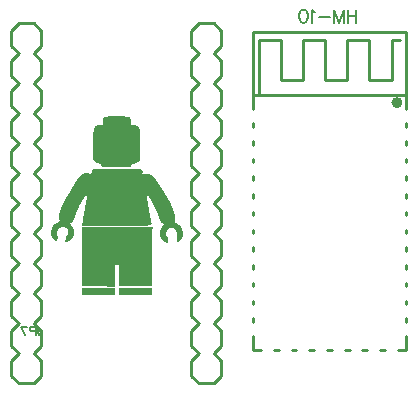
<source format=gbo>
G04 ---------------------------- Layer name :BOTTOM SILK LAYER*
G04 easyEDA 0.1*
G04 Scale: 100 percent, Rotated: No, Reflected: No *
G04 Dimensions in inches *
G04 leading zeros omitted , absolute positions ,2 integer and 4 * 
%FSLAX24Y24*%
%MOIN*%
G90*
G70D02*

%ADD10C,0.010000*%
%ADD11C,0.015000*%
%ADD12C,0.006000*%
%ADD13C,0.007000*%

%LPD*%
%LNVIA PAD TRACK COPPERAREA*%
G54D10*
G01X4100Y23550D02*
G01X4350Y23300D01*
G01X4100Y23050D01*
G01X4100Y22550D01*
G01X4350Y22300D01*
G01X4100Y22050D01*
G01X4100Y21550D01*
G01X4350Y21300D01*
G01X4850Y21300D01*
G01X5100Y21550D01*
G01X5100Y22050D01*
G01X4850Y22300D01*
G01X5100Y22550D01*
G01X5100Y23050D01*
G01X4850Y23300D01*
G01X5100Y23550D01*
G01X5100Y24050D01*
G01X4850Y24300D01*
G01X5100Y24550D01*
G01X5100Y25050D01*
G01X4850Y25300D01*
G01X5100Y25550D01*
G01X5100Y26050D01*
G01X4850Y26300D01*
G01X5100Y26550D01*
G01X5100Y27050D01*
G01X4850Y27300D01*
G01X5100Y27550D01*
G01X5100Y28050D01*
G01X4850Y28300D01*
G01X5100Y28550D01*
G01X5100Y29050D01*
G01X4850Y29300D01*
G01X5100Y29550D01*
G01X5100Y30050D01*
G01X4850Y30300D01*
G01X5100Y30550D01*
G01X5100Y31050D01*
G01X4850Y31300D01*
G01X5100Y31550D01*
G01X5100Y32050D01*
G01X4850Y32300D01*
G01X5100Y32550D01*
G01X5100Y33050D01*
G01X4850Y33300D01*
G01X4350Y33300D01*
G01X4100Y33050D01*
G01X4100Y32550D01*
G01X4350Y32300D01*
G01X4100Y32050D01*
G01X4100Y31550D01*
G01X4350Y31300D01*
G01X4100Y31050D01*
G01X4100Y30550D01*
G01X4350Y30300D01*
G01X4100Y30050D01*
G01X4100Y29550D01*
G01X4350Y29300D01*
G01X4100Y29050D01*
G01X4100Y28550D01*
G01X4350Y28300D01*
G01X4100Y28050D01*
G01X4100Y27550D01*
G01X4350Y27300D01*
G01X4100Y27050D01*
G01X4100Y26550D01*
G01X4350Y26300D01*
G01X4100Y26050D01*
G01X4100Y25550D01*
G01X4350Y25300D01*
G01X4100Y25050D01*
G01X4100Y24550D01*
G01X4350Y24300D01*
G01X4100Y24050D01*
G01X4100Y23550D01*
G01X11100Y31050D02*
G01X10850Y31300D01*
G01X11100Y31550D01*
G01X11100Y32050D01*
G01X10850Y32300D01*
G01X11100Y32550D01*
G01X11100Y33050D01*
G01X10850Y33300D01*
G01X10350Y33300D01*
G01X10100Y33050D01*
G01X10100Y32550D01*
G01X10350Y32300D01*
G01X10100Y32050D01*
G01X10100Y31550D01*
G01X10350Y31300D01*
G01X10100Y31050D01*
G01X10100Y30550D01*
G01X10350Y30300D01*
G01X10100Y30050D01*
G01X10100Y29550D01*
G01X10350Y29300D01*
G01X10100Y29050D01*
G01X10100Y28550D01*
G01X10350Y28300D01*
G01X10100Y28050D01*
G01X10100Y27550D01*
G01X10350Y27300D01*
G01X10100Y27050D01*
G01X10100Y26550D01*
G01X10350Y26300D01*
G01X10100Y26050D01*
G01X10100Y25550D01*
G01X10350Y25300D01*
G01X10100Y25050D01*
G01X10100Y24550D01*
G01X10350Y24300D01*
G01X10100Y24050D01*
G01X10100Y23550D01*
G01X10350Y23300D01*
G01X10100Y23050D01*
G01X10100Y22550D01*
G01X10350Y22300D01*
G01X10100Y22050D01*
G01X10100Y21550D01*
G01X10350Y21300D01*
G01X10850Y21300D01*
G01X11100Y21550D01*
G01X11100Y22050D01*
G01X10850Y22300D01*
G01X11100Y22550D01*
G01X11100Y23050D01*
G01X10850Y23300D01*
G01X11100Y23550D01*
G01X11100Y24050D01*
G01X10850Y24300D01*
G01X11100Y24550D01*
G01X11100Y25050D01*
G01X10850Y25300D01*
G01X11100Y25550D01*
G01X11100Y26050D01*
G01X10850Y26300D01*
G01X11100Y26550D01*
G01X11100Y27050D01*
G01X10850Y27300D01*
G01X11100Y27550D01*
G01X11100Y28050D01*
G01X10850Y28300D01*
G01X11100Y28550D01*
G01X11100Y29050D01*
G01X10850Y29300D01*
G01X11100Y29550D01*
G01X11100Y30050D01*
G01X10850Y30300D01*
G01X11100Y30550D01*
G01X11100Y31050D01*
G01X17260Y30430D02*
G01X17260Y30900D01*
G01X17260Y32990D01*
G01X12139Y32990D01*
G01X12139Y30900D01*
G01X17260Y30900D01*
G01X12339Y30959D02*
G01X12339Y32730D01*
G01X13080Y32730D01*
G01X13080Y31409D01*
G01X13810Y31409D01*
G01X13810Y32730D01*
G01X14550Y32730D01*
G01X14550Y31409D01*
G01X15289Y31409D01*
G01X15289Y32730D01*
G01X16030Y32730D01*
G01X16030Y31409D01*
G01X16769Y31409D01*
G01X16769Y32730D01*
G01X17060Y32730D01*
G01X12419Y22400D02*
G01X12139Y22400D01*
G01X12139Y22869D01*
G01X12139Y23340D02*
G01X12139Y23459D01*
G01X12139Y23940D02*
G01X12139Y24050D01*
G01X12139Y24530D02*
G01X12139Y24640D01*
G01X12139Y25119D02*
G01X12139Y25230D01*
G01X12139Y25709D02*
G01X12139Y25830D01*
G01X12139Y26300D02*
G01X12139Y26419D01*
G01X12139Y26890D02*
G01X12139Y27009D01*
G01X12139Y27480D02*
G01X12139Y27600D01*
G01X12139Y28069D02*
G01X12139Y28190D01*
G01X12139Y28659D02*
G01X12139Y28780D01*
G01X12139Y29250D02*
G01X12139Y29369D01*
G01X12139Y29840D02*
G01X12139Y29959D01*
G01X12139Y30430D02*
G01X12139Y30900D01*
G01X17260Y29840D02*
G01X17260Y29959D01*
G01X17260Y29250D02*
G01X17260Y29369D01*
G01X17260Y28659D02*
G01X17260Y28780D01*
G01X17260Y28069D02*
G01X17260Y28190D01*
G01X17260Y27480D02*
G01X17260Y27600D01*
G01X17260Y26890D02*
G01X17260Y27009D01*
G01X17260Y26300D02*
G01X17260Y26419D01*
G01X17260Y25709D02*
G01X17260Y25830D01*
G01X17260Y25119D02*
G01X17260Y25230D01*
G01X17260Y24530D02*
G01X17260Y24640D01*
G01X17260Y23940D02*
G01X17260Y24050D01*
G01X17260Y23340D02*
G01X17260Y23459D01*
G01X17260Y22869D02*
G01X17260Y22400D01*
G01X16980Y22400D01*
G01X16550Y22400D02*
G01X16389Y22400D01*
G01X15960Y22400D02*
G01X15800Y22400D01*
G01X15369Y22400D02*
G01X15210Y22400D01*
G01X14780Y22400D02*
G01X14619Y22400D01*
G01X14189Y22400D02*
G01X14030Y22400D01*
G01X13600Y22400D02*
G01X13439Y22400D01*
G01X13010Y22400D02*
G01X12850Y22400D01*
G54D12*
G01X4993Y23184D02*
G01X4993Y22965D01*
G01X5006Y22925D01*
G01X5021Y22911D01*
G01X5047Y22896D01*
G01X5075Y22896D01*
G01X5102Y22911D01*
G01X5115Y22925D01*
G01X5130Y22965D01*
G01X5130Y22992D01*
G01X4903Y23184D02*
G01X4903Y22896D01*
G01X4903Y23184D02*
G01X4781Y23184D01*
G01X4739Y23169D01*
G01X4726Y23155D01*
G01X4713Y23128D01*
G01X4713Y23088D01*
G01X4726Y23061D01*
G01X4739Y23046D01*
G01X4781Y23034D01*
G01X4903Y23034D01*
G01X4432Y23184D02*
G01X4567Y22896D01*
G01X4622Y23184D02*
G01X4432Y23184D01*
G54D13*
G01X15600Y33744D02*
G01X15600Y33315D01*
G01X15314Y33744D02*
G01X15314Y33315D01*
G01X15600Y33540D02*
G01X15314Y33540D01*
G01X15178Y33744D02*
G01X15178Y33315D01*
G01X15178Y33744D02*
G01X15014Y33315D01*
G01X14851Y33744D02*
G01X15014Y33315D01*
G01X14851Y33744D02*
G01X14851Y33315D01*
G01X14715Y33500D02*
G01X14347Y33500D01*
G01X14213Y33663D02*
G01X14172Y33684D01*
G01X14110Y33744D01*
G01X14110Y33315D01*
G01X13852Y33744D02*
G01X13914Y33725D01*
G01X13955Y33663D01*
G01X13976Y33561D01*
G01X13976Y33500D01*
G01X13955Y33398D01*
G01X13914Y33336D01*
G01X13852Y33315D01*
G01X13811Y33315D01*
G01X13751Y33336D01*
G01X13710Y33398D01*
G01X13689Y33500D01*
G01X13689Y33561D01*
G01X13710Y33663D01*
G01X13751Y33725D01*
G01X13811Y33744D01*
G01X13852Y33744D01*
G54D11*
G75*
G01X17050Y30650D02*
G03X17050Y30650I-100J0D01*
G01*

%LPD*%
%LNFill Path*%
G36*
G01X7400Y30200D02*
G01X7400Y30200D01*
G01X7400Y30200D01*
G01X7355Y30194D01*
G01X7317Y30190D01*
G01X7284Y30185D01*
G01X7255Y30180D01*
G01X7231Y30175D01*
G01X7210Y30170D01*
G01X7194Y30163D01*
G01X7180Y30156D01*
G01X7170Y30147D01*
G01X7162Y30136D01*
G01X7156Y30124D01*
G01X7153Y30109D01*
G01X7150Y30093D01*
G01X7149Y30073D01*
G01X7149Y30051D01*
G01X7148Y30026D01*
G01X7148Y29900D01*
G01X7051Y29898D01*
G01X7051Y29898D01*
G01X7034Y29898D01*
G01X7017Y29898D01*
G01X7002Y29897D01*
G01X6988Y29896D01*
G01X6974Y29894D01*
G01X6961Y29892D01*
G01X6949Y29889D01*
G01X6938Y29885D01*
G01X6927Y29881D01*
G01X6917Y29876D01*
G01X6908Y29870D01*
G01X6899Y29863D01*
G01X6891Y29855D01*
G01X6883Y29846D01*
G01X6877Y29836D01*
G01X6870Y29824D01*
G01X6864Y29812D01*
G01X6859Y29798D01*
G01X6854Y29782D01*
G01X6850Y29765D01*
G01X6846Y29747D01*
G01X6843Y29727D01*
G01X6839Y29706D01*
G01X6837Y29682D01*
G01X6834Y29657D01*
G01X6832Y29630D01*
G01X6830Y29601D01*
G01X6829Y29571D01*
G01X6828Y29538D01*
G01X6827Y29503D01*
G01X6826Y29465D01*
G01X6825Y29426D01*
G01X6825Y29384D01*
G01X6825Y29340D01*
G01X6825Y29294D01*
G01X6825Y29244D01*
G01X6825Y28748D01*
G01X6884Y28690D01*
G01X6884Y28690D01*
G01X6897Y28678D01*
G01X6913Y28666D01*
G01X6930Y28654D01*
G01X6948Y28644D01*
G01X6968Y28635D01*
G01X6987Y28627D01*
G01X7005Y28621D01*
G01X7022Y28617D01*
G01X7022Y28617D01*
G01X7062Y28606D01*
G01X7087Y28593D01*
G01X7099Y28573D01*
G01X7102Y28544D01*
G01X7102Y28488D01*
G01X7601Y28488D01*
G01X8097Y28488D01*
G01X8097Y28542D01*
G01X8097Y28542D01*
G01X8101Y28571D01*
G01X8114Y28590D01*
G01X8138Y28603D01*
G01X8178Y28613D01*
G01X8178Y28613D01*
G01X8196Y28618D01*
G01X8215Y28624D01*
G01X8235Y28631D01*
G01X8255Y28640D01*
G01X8274Y28650D01*
G01X8292Y28661D01*
G01X8309Y28672D01*
G01X8323Y28684D01*
G01X8388Y28738D01*
G01X8394Y29219D01*
G01X8394Y29219D01*
G01X8395Y29271D01*
G01X8396Y29320D01*
G01X8396Y29367D01*
G01X8396Y29410D01*
G01X8396Y29451D01*
G01X8396Y29489D01*
G01X8395Y29524D01*
G01X8395Y29557D01*
G01X8394Y29587D01*
G01X8392Y29615D01*
G01X8391Y29641D01*
G01X8389Y29665D01*
G01X8386Y29687D01*
G01X8384Y29707D01*
G01X8380Y29726D01*
G01X8377Y29743D01*
G01X8373Y29758D01*
G01X8369Y29773D01*
G01X8364Y29785D01*
G01X8359Y29797D01*
G01X8353Y29808D01*
G01X8347Y29818D01*
G01X8340Y29827D01*
G01X8333Y29836D01*
G01X8325Y29844D01*
G01X8316Y29851D01*
G01X8307Y29858D01*
G01X8297Y29865D01*
G01X8297Y29865D01*
G01X8272Y29879D01*
G01X8238Y29890D01*
G01X8200Y29897D01*
G01X8163Y29900D01*
G01X8075Y29900D01*
G01X8075Y30026D01*
G01X8075Y30026D01*
G01X8074Y30061D01*
G01X8073Y30089D01*
G01X8070Y30112D01*
G01X8066Y30130D01*
G01X8060Y30143D01*
G01X8053Y30153D01*
G01X8043Y30160D01*
G01X8031Y30165D01*
G01X8031Y30165D01*
G01X8022Y30167D01*
G01X8008Y30170D01*
G01X7990Y30173D01*
G01X7969Y30176D01*
G01X7946Y30180D01*
G01X7919Y30184D01*
G01X7891Y30188D01*
G01X7862Y30192D01*
G01X7831Y30196D01*
G01X7800Y30200D01*
G01X7770Y30203D01*
G01X7739Y30207D01*
G01X7710Y30210D01*
G01X7683Y30213D01*
G01X7657Y30216D01*
G01X7634Y30218D01*
G01X7614Y30219D01*
G01X7598Y30220D01*
G01X7585Y30221D01*
G01X7577Y30221D01*
G01X7577Y30221D01*
G01X7570Y30219D01*
G01X7556Y30218D01*
G01X7538Y30216D01*
G01X7515Y30213D01*
G01X7490Y30210D01*
G01X7461Y30207D01*
G01X7431Y30203D01*
G01X7400Y30200D01*
G37*
G36*
G01X6792Y28413D02*
G01X6792Y28413D01*
G01X6792Y28413D01*
G01X6787Y28396D01*
G01X6781Y28373D01*
G01X6774Y28347D01*
G01X6768Y28319D01*
G01X6768Y28319D01*
G01X6760Y28287D01*
G01X6749Y28271D01*
G01X6733Y28269D01*
G01X6710Y28278D01*
G01X6710Y28278D01*
G01X6693Y28286D01*
G01X6676Y28292D01*
G01X6657Y28297D01*
G01X6638Y28300D01*
G01X6618Y28301D01*
G01X6597Y28301D01*
G01X6576Y28299D01*
G01X6555Y28295D01*
G01X6534Y28290D01*
G01X6512Y28284D01*
G01X6491Y28276D01*
G01X6469Y28267D01*
G01X6469Y28267D01*
G01X6458Y28260D01*
G01X6446Y28253D01*
G01X6434Y28244D01*
G01X6421Y28235D01*
G01X6408Y28224D01*
G01X6396Y28212D01*
G01X6382Y28198D01*
G01X6369Y28184D01*
G01X6355Y28168D01*
G01X6340Y28151D01*
G01X6326Y28132D01*
G01X6311Y28112D01*
G01X6295Y28090D01*
G01X6279Y28067D01*
G01X6263Y28043D01*
G01X6246Y28017D01*
G01X6228Y27990D01*
G01X6210Y27961D01*
G01X6192Y27930D01*
G01X6172Y27898D01*
G01X6172Y27898D01*
G01X6163Y27882D01*
G01X6153Y27864D01*
G01X6141Y27845D01*
G01X6129Y27824D01*
G01X6115Y27801D01*
G01X6101Y27777D01*
G01X6086Y27753D01*
G01X6070Y27727D01*
G01X6054Y27700D01*
G01X6038Y27674D01*
G01X6021Y27646D01*
G01X6005Y27619D01*
G01X5988Y27592D01*
G01X5971Y27565D01*
G01X5955Y27539D01*
G01X5939Y27513D01*
G01X5939Y27513D01*
G01X5924Y27487D01*
G01X5908Y27461D01*
G01X5893Y27434D01*
G01X5878Y27407D01*
G01X5864Y27379D01*
G01X5849Y27351D01*
G01X5836Y27324D01*
G01X5822Y27296D01*
G01X5809Y27268D01*
G01X5797Y27240D01*
G01X5785Y27213D01*
G01X5773Y27185D01*
G01X5762Y27158D01*
G01X5752Y27131D01*
G01X5742Y27104D01*
G01X5732Y27078D01*
G01X5723Y27053D01*
G01X5715Y27028D01*
G01X5707Y27003D01*
G01X5700Y26979D01*
G01X5694Y26956D01*
G01X5688Y26934D01*
G01X5683Y26912D01*
G01X5679Y26892D01*
G01X5675Y26872D01*
G01X5672Y26854D01*
G01X5670Y26837D01*
G01X5669Y26820D01*
G01X5669Y26805D01*
G01X5669Y26792D01*
G01X5671Y26779D01*
G01X5673Y26768D01*
G01X5676Y26759D01*
G01X5680Y26751D01*
G01X5685Y26744D01*
G01X5690Y26740D01*
G01X5690Y26740D01*
G01X5703Y26730D01*
G01X5710Y26721D01*
G01X5711Y26712D01*
G01X5706Y26702D01*
G01X5695Y26692D01*
G01X5677Y26680D01*
G01X5652Y26667D01*
G01X5621Y26652D01*
G01X5621Y26652D01*
G01X5596Y26639D01*
G01X5573Y26626D01*
G01X5552Y26612D01*
G01X5533Y26597D01*
G01X5515Y26581D01*
G01X5499Y26564D01*
G01X5485Y26546D01*
G01X5472Y26527D01*
G01X5461Y26507D01*
G01X5451Y26486D01*
G01X5443Y26464D01*
G01X5436Y26441D01*
G01X5431Y26416D01*
G01X5427Y26390D01*
G01X5425Y26363D01*
G01X5425Y26334D01*
G01X5425Y26334D01*
G01X5425Y26300D01*
G01X5427Y26270D01*
G01X5431Y26243D01*
G01X5436Y26219D01*
G01X5443Y26196D01*
G01X5453Y26175D01*
G01X5465Y26154D01*
G01X5480Y26134D01*
G01X5480Y26134D01*
G01X5496Y26112D01*
G01X5513Y26093D01*
G01X5528Y26077D01*
G01X5542Y26064D01*
G01X5555Y26053D01*
G01X5568Y26046D01*
G01X5579Y26041D01*
G01X5590Y26040D01*
G01X5599Y26041D01*
G01X5607Y26045D01*
G01X5615Y26051D01*
G01X5621Y26061D01*
G01X5627Y26073D01*
G01X5631Y26088D01*
G01X5634Y26106D01*
G01X5636Y26127D01*
G01X5637Y26150D01*
G01X5637Y26176D01*
G01X5636Y26205D01*
G01X5634Y26236D01*
G01X5634Y26236D01*
G01X5630Y26276D01*
G01X5629Y26311D01*
G01X5629Y26342D01*
G01X5631Y26369D01*
G01X5636Y26393D01*
G01X5642Y26414D01*
G01X5651Y26432D01*
G01X5662Y26448D01*
G01X5676Y26462D01*
G01X5693Y26475D01*
G01X5713Y26486D01*
G01X5735Y26496D01*
G01X5735Y26496D01*
G01X5757Y26504D01*
G01X5779Y26508D01*
G01X5802Y26510D01*
G01X5825Y26509D01*
G01X5847Y26506D01*
G01X5869Y26500D01*
G01X5891Y26493D01*
G01X5910Y26483D01*
G01X5929Y26471D01*
G01X5945Y26458D01*
G01X5958Y26442D01*
G01X5969Y26426D01*
G01X5969Y26426D01*
G01X5980Y26401D01*
G01X5987Y26376D01*
G01X5990Y26349D01*
G01X5990Y26323D01*
G01X5987Y26298D01*
G01X5980Y26276D01*
G01X5971Y26257D01*
G01X5957Y26242D01*
G01X5957Y26242D01*
G01X5949Y26232D01*
G01X5941Y26216D01*
G01X5932Y26196D01*
G01X5924Y26172D01*
G01X5917Y26145D01*
G01X5910Y26118D01*
G01X5905Y26091D01*
G01X5901Y26064D01*
G01X5899Y26041D01*
G01X5899Y26021D01*
G01X5901Y26006D01*
G01X5906Y25996D01*
G01X5906Y25996D01*
G01X5913Y25993D01*
G01X5924Y25993D01*
G01X5939Y25997D01*
G01X5956Y26004D01*
G01X5975Y26014D01*
G01X5996Y26026D01*
G01X6017Y26040D01*
G01X6038Y26055D01*
G01X6060Y26072D01*
G01X6080Y26090D01*
G01X6099Y26108D01*
G01X6115Y26127D01*
G01X6115Y26127D01*
G01X6131Y26147D01*
G01X6145Y26167D01*
G01X6157Y26189D01*
G01X6168Y26211D01*
G01X6176Y26233D01*
G01X6183Y26256D01*
G01X6188Y26279D01*
G01X6192Y26302D01*
G01X6193Y26326D01*
G01X6193Y26349D01*
G01X6191Y26373D01*
G01X6187Y26396D01*
G01X6182Y26419D01*
G01X6175Y26442D01*
G01X6166Y26465D01*
G01X6155Y26488D01*
G01X6142Y26510D01*
G01X6128Y26531D01*
G01X6112Y26552D01*
G01X6094Y26573D01*
G01X6094Y26573D01*
G01X6071Y26600D01*
G01X6059Y26619D01*
G01X6058Y26631D01*
G01X6068Y26636D01*
G01X6068Y26636D01*
G01X6078Y26636D01*
G01X6088Y26639D01*
G01X6098Y26644D01*
G01X6109Y26651D01*
G01X6118Y26660D01*
G01X6128Y26671D01*
G01X6139Y26685D01*
G01X6149Y26702D01*
G01X6159Y26721D01*
G01X6170Y26742D01*
G01X6181Y26767D01*
G01X6192Y26795D01*
G01X6204Y26825D01*
G01X6217Y26859D01*
G01X6230Y26896D01*
G01X6243Y26936D01*
G01X6243Y26936D01*
G01X6252Y26962D01*
G01X6261Y26987D01*
G01X6271Y27013D01*
G01X6281Y27040D01*
G01X6292Y27066D01*
G01X6303Y27093D01*
G01X6315Y27119D01*
G01X6327Y27146D01*
G01X6340Y27172D01*
G01X6353Y27198D01*
G01X6366Y27223D01*
G01X6379Y27247D01*
G01X6392Y27271D01*
G01X6405Y27294D01*
G01X6418Y27316D01*
G01X6431Y27338D01*
G01X6431Y27338D01*
G01X6448Y27363D01*
G01X6464Y27388D01*
G01X6480Y27413D01*
G01X6495Y27438D01*
G01X6510Y27463D01*
G01X6525Y27487D01*
G01X6538Y27509D01*
G01X6550Y27530D01*
G01X6562Y27549D01*
G01X6571Y27566D01*
G01X6579Y27581D01*
G01X6585Y27592D01*
G01X6585Y27592D01*
G01X6593Y27607D01*
G01X6600Y27618D01*
G01X6606Y27628D01*
G01X6611Y27636D01*
G01X6616Y27641D01*
G01X6620Y27644D01*
G01X6624Y27644D01*
G01X6626Y27642D01*
G01X6628Y27638D01*
G01X6630Y27631D01*
G01X6630Y27622D01*
G01X6630Y27610D01*
G01X6629Y27596D01*
G01X6628Y27579D01*
G01X6625Y27559D01*
G01X6622Y27537D01*
G01X6619Y27512D01*
G01X6614Y27484D01*
G01X6609Y27453D01*
G01X6603Y27420D01*
G01X6597Y27383D01*
G01X6589Y27344D01*
G01X6581Y27302D01*
G01X6572Y27257D01*
G01X6572Y27257D01*
G01X6567Y27227D01*
G01X6561Y27197D01*
G01X6555Y27166D01*
G01X6549Y27136D01*
G01X6543Y27105D01*
G01X6537Y27074D01*
G01X6531Y27043D01*
G01X6525Y27013D01*
G01X6520Y26983D01*
G01X6514Y26953D01*
G01X6509Y26925D01*
G01X6503Y26897D01*
G01X6498Y26870D01*
G01X6493Y26845D01*
G01X6489Y26820D01*
G01X6484Y26797D01*
G01X6480Y26776D01*
G01X6477Y26756D01*
G01X6473Y26738D01*
G01X6471Y26723D01*
G01X6439Y26542D01*
G01X7603Y26542D01*
G01X7603Y26542D01*
G01X7661Y26542D01*
G01X7717Y26542D01*
G01X7770Y26542D01*
G01X7822Y26542D01*
G01X7872Y26542D01*
G01X7921Y26542D01*
G01X7968Y26542D01*
G01X8013Y26542D01*
G01X8056Y26542D01*
G01X8098Y26542D01*
G01X8138Y26542D01*
G01X8176Y26542D01*
G01X8214Y26542D01*
G01X8249Y26542D01*
G01X8283Y26542D01*
G01X8316Y26542D01*
G01X8347Y26542D01*
G01X8377Y26543D01*
G01X8405Y26543D01*
G01X8432Y26543D01*
G01X8458Y26544D01*
G01X8482Y26544D01*
G01X8506Y26545D01*
G01X8528Y26546D01*
G01X8548Y26547D01*
G01X8568Y26548D01*
G01X8587Y26549D01*
G01X8604Y26550D01*
G01X8621Y26551D01*
G01X8636Y26552D01*
G01X8650Y26554D01*
G01X8664Y26556D01*
G01X8676Y26558D01*
G01X8688Y26559D01*
G01X8698Y26562D01*
G01X8708Y26564D01*
G01X8717Y26566D01*
G01X8725Y26569D01*
G01X8733Y26572D01*
G01X8739Y26575D01*
G01X8745Y26578D01*
G01X8750Y26581D01*
G01X8755Y26585D01*
G01X8759Y26589D01*
G01X8762Y26593D01*
G01X8765Y26597D01*
G01X8767Y26601D01*
G01X8769Y26606D01*
G01X8771Y26611D01*
G01X8771Y26616D01*
G01X8772Y26621D01*
G01X8772Y26627D01*
G01X8772Y26632D01*
G01X8771Y26638D01*
G01X8770Y26645D01*
G01X8769Y26651D01*
G01X8767Y26658D01*
G01X8766Y26665D01*
G01X8764Y26673D01*
G01X8762Y26681D01*
G01X8760Y26689D01*
G01X8758Y26697D01*
G01X8756Y26706D01*
G01X8753Y26715D01*
G01X8751Y26724D01*
G01X8749Y26733D01*
G01X8747Y26743D01*
G01X8744Y26753D01*
G01X8744Y26753D01*
G01X8740Y26776D01*
G01X8736Y26801D01*
G01X8731Y26827D01*
G01X8726Y26854D01*
G01X8720Y26883D01*
G01X8715Y26913D01*
G01X8710Y26943D01*
G01X8704Y26975D01*
G01X8698Y27007D01*
G01X8693Y27040D01*
G01X8687Y27073D01*
G01X8681Y27107D01*
G01X8676Y27140D01*
G01X8670Y27174D01*
G01X8665Y27207D01*
G01X8659Y27239D01*
G01X8654Y27271D01*
G01X8649Y27303D01*
G01X8644Y27333D01*
G01X8639Y27363D01*
G01X8634Y27391D01*
G01X8630Y27418D01*
G01X8626Y27444D01*
G01X8623Y27467D01*
G01X8619Y27489D01*
G01X8616Y27510D01*
G01X8614Y27528D01*
G01X8612Y27543D01*
G01X8610Y27557D01*
G01X8609Y27567D01*
G01X8608Y27575D01*
G01X8607Y27580D01*
G01X8607Y27580D01*
G01X8608Y27587D01*
G01X8610Y27592D01*
G01X8612Y27594D01*
G01X8616Y27594D01*
G01X8620Y27592D01*
G01X8626Y27588D01*
G01X8632Y27583D01*
G01X8639Y27575D01*
G01X8647Y27566D01*
G01X8655Y27555D01*
G01X8664Y27543D01*
G01X8674Y27529D01*
G01X8684Y27514D01*
G01X8695Y27498D01*
G01X8706Y27480D01*
G01X8717Y27462D01*
G01X8729Y27442D01*
G01X8742Y27421D01*
G01X8754Y27400D01*
G01X8767Y27377D01*
G01X8780Y27354D01*
G01X8793Y27330D01*
G01X8806Y27306D01*
G01X8819Y27282D01*
G01X8832Y27256D01*
G01X8845Y27231D01*
G01X8858Y27206D01*
G01X8871Y27180D01*
G01X8884Y27154D01*
G01X8896Y27128D01*
G01X8909Y27103D01*
G01X8920Y27077D01*
G01X8932Y27052D01*
G01X8943Y27027D01*
G01X8953Y27003D01*
G01X8963Y26979D01*
G01X8973Y26956D01*
G01X8982Y26933D01*
G01X8990Y26911D01*
G01X8997Y26890D01*
G01X8997Y26890D01*
G01X9012Y26848D01*
G01X9026Y26810D01*
G01X9039Y26776D01*
G01X9052Y26746D01*
G01X9063Y26720D01*
G01X9074Y26697D01*
G01X9084Y26678D01*
G01X9094Y26662D01*
G01X9104Y26648D01*
G01X9113Y26638D01*
G01X9122Y26631D01*
G01X9131Y26626D01*
G01X9181Y26603D01*
G01X9122Y26526D01*
G01X9122Y26526D01*
G01X9109Y26506D01*
G01X9096Y26485D01*
G01X9085Y26462D01*
G01X9076Y26439D01*
G01X9068Y26415D01*
G01X9062Y26391D01*
G01X9057Y26366D01*
G01X9053Y26341D01*
G01X9052Y26316D01*
G01X9052Y26290D01*
G01X9053Y26265D01*
G01X9057Y26241D01*
G01X9062Y26217D01*
G01X9068Y26193D01*
G01X9076Y26171D01*
G01X9086Y26150D01*
G01X9086Y26150D01*
G01X9098Y26130D01*
G01X9113Y26109D01*
G01X9131Y26088D01*
G01X9151Y26067D01*
G01X9172Y26047D01*
G01X9194Y26028D01*
G01X9216Y26011D01*
G01X9238Y25995D01*
G01X9259Y25983D01*
G01X9278Y25973D01*
G01X9296Y25967D01*
G01X9310Y25965D01*
G01X9310Y25965D01*
G01X9319Y25968D01*
G01X9324Y25979D01*
G01X9328Y25996D01*
G01X9330Y26018D01*
G01X9330Y26042D01*
G01X9328Y26069D01*
G01X9324Y26096D01*
G01X9319Y26122D01*
G01X9313Y26147D01*
G01X9306Y26169D01*
G01X9297Y26186D01*
G01X9288Y26198D01*
G01X9288Y26198D01*
G01X9277Y26209D01*
G01X9268Y26225D01*
G01X9262Y26243D01*
G01X9258Y26263D01*
G01X9256Y26285D01*
G01X9256Y26307D01*
G01X9259Y26330D01*
G01X9263Y26353D01*
G01X9270Y26374D01*
G01X9278Y26394D01*
G01X9289Y26412D01*
G01X9302Y26428D01*
G01X9302Y26428D01*
G01X9321Y26444D01*
G01X9343Y26457D01*
G01X9366Y26466D01*
G01X9392Y26473D01*
G01X9418Y26476D01*
G01X9444Y26476D01*
G01X9470Y26473D01*
G01X9495Y26466D01*
G01X9520Y26457D01*
G01X9542Y26445D01*
G01X9562Y26429D01*
G01X9580Y26411D01*
G01X9580Y26411D01*
G01X9601Y26378D01*
G01X9614Y26348D01*
G01X9618Y26319D01*
G01X9614Y26288D01*
G01X9614Y26288D01*
G01X9609Y26268D01*
G01X9606Y26244D01*
G01X9604Y26217D01*
G01X9602Y26188D01*
G01X9602Y26158D01*
G01X9602Y26128D01*
G01X9603Y26099D01*
G01X9605Y26073D01*
G01X9608Y26049D01*
G01X9612Y26030D01*
G01X9616Y26015D01*
G01X9622Y26007D01*
G01X9622Y26007D01*
G01X9631Y26003D01*
G01X9645Y26006D01*
G01X9663Y26015D01*
G01X9683Y26030D01*
G01X9705Y26049D01*
G01X9728Y26071D01*
G01X9750Y26097D01*
G01X9772Y26126D01*
G01X9772Y26126D01*
G01X9781Y26142D01*
G01X9789Y26160D01*
G01X9796Y26181D01*
G01X9802Y26203D01*
G01X9806Y26226D01*
G01X9809Y26251D01*
G01X9811Y26276D01*
G01X9811Y26302D01*
G01X9810Y26328D01*
G01X9807Y26354D01*
G01X9803Y26380D01*
G01X9798Y26405D01*
G01X9792Y26429D01*
G01X9784Y26451D01*
G01X9775Y26472D01*
G01X9764Y26492D01*
G01X9764Y26492D01*
G01X9753Y26508D01*
G01X9740Y26525D01*
G01X9724Y26542D01*
G01X9707Y26560D01*
G01X9688Y26577D01*
G01X9668Y26594D01*
G01X9648Y26609D01*
G01X9627Y26624D01*
G01X9606Y26637D01*
G01X9586Y26649D01*
G01X9567Y26658D01*
G01X9548Y26665D01*
G01X9548Y26665D01*
G01X9543Y26672D01*
G01X9543Y26687D01*
G01X9547Y26707D01*
G01X9556Y26730D01*
G01X9556Y26730D01*
G01X9561Y26743D01*
G01X9565Y26756D01*
G01X9567Y26770D01*
G01X9568Y26785D01*
G01X9567Y26803D01*
G01X9564Y26823D01*
G01X9560Y26846D01*
G01X9554Y26872D01*
G01X9546Y26903D01*
G01X9536Y26939D01*
G01X9524Y26980D01*
G01X9510Y27027D01*
G01X9510Y27027D01*
G01X9503Y27047D01*
G01X9496Y27067D01*
G01X9490Y27087D01*
G01X9483Y27106D01*
G01X9476Y27125D01*
G01X9469Y27143D01*
G01X9462Y27162D01*
G01X9455Y27180D01*
G01X9447Y27199D01*
G01X9439Y27218D01*
G01X9431Y27236D01*
G01X9422Y27255D01*
G01X9413Y27275D01*
G01X9403Y27294D01*
G01X9393Y27315D01*
G01X9382Y27336D01*
G01X9370Y27357D01*
G01X9358Y27380D01*
G01X9345Y27403D01*
G01X9331Y27427D01*
G01X9317Y27452D01*
G01X9302Y27478D01*
G01X9286Y27505D01*
G01X9269Y27534D01*
G01X9251Y27563D01*
G01X9232Y27595D01*
G01X9212Y27627D01*
G01X9190Y27661D01*
G01X9190Y27661D01*
G01X9174Y27689D01*
G01X9157Y27716D01*
G01X9140Y27743D01*
G01X9123Y27770D01*
G01X9107Y27797D01*
G01X9090Y27823D01*
G01X9074Y27848D01*
G01X9058Y27874D01*
G01X9042Y27898D01*
G01X9027Y27922D01*
G01X9012Y27945D01*
G01X8998Y27968D01*
G01X8984Y27989D01*
G01X8970Y28010D01*
G01X8957Y28029D01*
G01X8945Y28047D01*
G01X8934Y28065D01*
G01X8923Y28080D01*
G01X8913Y28095D01*
G01X8904Y28108D01*
G01X8896Y28120D01*
G01X8889Y28130D01*
G01X8883Y28139D01*
G01X8877Y28146D01*
G01X8877Y28146D01*
G01X8862Y28164D01*
G01X8846Y28181D01*
G01X8829Y28196D01*
G01X8812Y28211D01*
G01X8794Y28223D01*
G01X8775Y28234D01*
G01X8756Y28244D01*
G01X8736Y28253D01*
G01X8716Y28260D01*
G01X8695Y28265D01*
G01X8674Y28269D01*
G01X8652Y28272D01*
G01X8630Y28273D01*
G01X8607Y28272D01*
G01X8584Y28271D01*
G01X8560Y28267D01*
G01X8560Y28267D01*
G01X8509Y28260D01*
G01X8482Y28263D01*
G01X8471Y28278D01*
G01X8468Y28309D01*
G01X8468Y28309D01*
G01X8469Y28319D01*
G01X8469Y28328D01*
G01X8469Y28336D01*
G01X8469Y28344D01*
G01X8469Y28351D01*
G01X8469Y28359D01*
G01X8468Y28365D01*
G01X8467Y28372D01*
G01X8466Y28378D01*
G01X8464Y28383D01*
G01X8462Y28389D01*
G01X8459Y28394D01*
G01X8455Y28398D01*
G01X8451Y28403D01*
G01X8445Y28407D01*
G01X8439Y28411D01*
G01X8432Y28414D01*
G01X8424Y28417D01*
G01X8415Y28420D01*
G01X8404Y28423D01*
G01X8393Y28425D01*
G01X8380Y28428D01*
G01X8365Y28430D01*
G01X8350Y28431D01*
G01X8332Y28433D01*
G01X8313Y28435D01*
G01X8293Y28436D01*
G01X8270Y28437D01*
G01X8246Y28438D01*
G01X8220Y28439D01*
G01X8192Y28439D01*
G01X8162Y28440D01*
G01X8130Y28440D01*
G01X8096Y28441D01*
G01X8060Y28441D01*
G01X8021Y28441D01*
G01X7980Y28441D01*
G01X7936Y28442D01*
G01X7890Y28442D01*
G01X7842Y28442D01*
G01X7791Y28442D01*
G01X7737Y28442D01*
G01X7680Y28442D01*
G01X7621Y28442D01*
G01X7621Y28442D01*
G01X7562Y28441D01*
G01X7506Y28441D01*
G01X7453Y28441D01*
G01X7403Y28441D01*
G01X7354Y28441D01*
G01X7308Y28441D01*
G01X7265Y28440D01*
G01X7224Y28440D01*
G01X7185Y28440D01*
G01X7148Y28439D01*
G01X7113Y28439D01*
G01X7081Y28438D01*
G01X7050Y28437D01*
G01X7021Y28437D01*
G01X6995Y28436D01*
G01X6970Y28435D01*
G01X6947Y28434D01*
G01X6926Y28433D01*
G01X6907Y28432D01*
G01X6889Y28431D01*
G01X6873Y28430D01*
G01X6859Y28429D01*
G01X6846Y28428D01*
G01X6835Y28426D01*
G01X6825Y28425D01*
G01X6816Y28423D01*
G01X6809Y28422D01*
G01X6803Y28420D01*
G01X6798Y28418D01*
G01X6795Y28416D01*
G01X6793Y28415D01*
G01X6792Y28413D01*
G37*
G36*
G01X6455Y25513D02*
G01X6455Y25513D01*
G01X6455Y24530D01*
G01X7010Y24525D01*
G01X7565Y24517D01*
G01X7565Y24882D01*
G01X7565Y25246D01*
G01X7623Y25246D01*
G01X7681Y25246D01*
G01X7681Y24888D01*
G01X7681Y24530D01*
G01X8236Y24530D01*
G01X8793Y24530D01*
G01X8794Y25346D01*
G01X8794Y25346D01*
G01X8795Y25379D01*
G01X8795Y25413D01*
G01X8795Y25446D01*
G01X8795Y25479D01*
G01X8795Y25513D01*
G01X8795Y25546D01*
G01X8795Y25578D01*
G01X8795Y25611D01*
G01X8795Y25643D01*
G01X8795Y25675D01*
G01X8796Y25707D01*
G01X8796Y25738D01*
G01X8796Y25769D01*
G01X8796Y25799D01*
G01X8796Y25829D01*
G01X8796Y25859D01*
G01X8796Y25887D01*
G01X8796Y25916D01*
G01X8796Y25943D01*
G01X8797Y25971D01*
G01X8797Y25997D01*
G01X8797Y26023D01*
G01X8797Y26048D01*
G01X8797Y26072D01*
G01X8797Y26095D01*
G01X8797Y26118D01*
G01X8798Y26139D01*
G01X8798Y26160D01*
G01X8798Y26180D01*
G01X8798Y26199D01*
G01X8798Y26217D01*
G01X8798Y26234D01*
G01X8798Y26250D01*
G01X8799Y26265D01*
G01X8799Y26278D01*
G01X8799Y26291D01*
G01X8799Y26302D01*
G01X8799Y26312D01*
G01X8799Y26321D01*
G01X8800Y26328D01*
G01X8803Y26496D01*
G01X7630Y26496D01*
G01X6455Y26496D01*
G01X6455Y25513D01*
G37*
G36*
G01X6455Y24355D02*
G01X6455Y24355D01*
G01X6455Y24228D01*
G01X7010Y24228D01*
G01X7565Y24228D01*
G01X7565Y24355D01*
G01X7565Y24482D01*
G01X7010Y24482D01*
G01X6455Y24482D01*
G01X6455Y24355D01*
G37*
G36*
G01X7681Y24355D02*
G01X7681Y24355D01*
G01X7681Y24228D01*
G01X8236Y24228D01*
G01X8793Y24228D01*
G01X8793Y24355D01*
G01X8793Y24482D01*
G01X8236Y24482D01*
G01X7681Y24482D01*
G01X7681Y24355D01*
G37*

M00*
M02*
</source>
